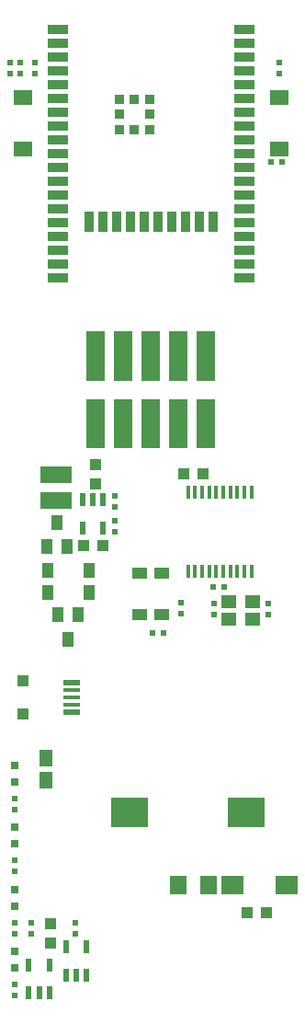
<source format=gbr>
G04 #@! TF.GenerationSoftware,KiCad,Pcbnew,5.1.6-c6e7f7d~87~ubuntu18.04.1*
G04 #@! TF.CreationDate,2022-07-28T15:35:08+03:00*
G04 #@! TF.ProjectId,ESP32-PoE-ISO_Rev_K,45535033-322d-4506-9f45-2d49534f5f52,K*
G04 #@! TF.SameCoordinates,Original*
G04 #@! TF.FileFunction,Paste,Top*
G04 #@! TF.FilePolarity,Positive*
%FSLAX46Y46*%
G04 Gerber Fmt 4.6, Leading zero omitted, Abs format (unit mm)*
G04 Created by KiCad (PCBNEW 5.1.6-c6e7f7d~87~ubuntu18.04.1) date 2022-07-28 15:35:08*
%MOMM*%
%LPD*%
G01*
G04 APERTURE LIST*
%ADD10R,1.754000X1.327000*%
%ADD11R,3.000000X1.600000*%
%ADD12R,1.400000X1.200000*%
%ADD13R,1.400000X1.000000*%
%ADD14R,1.000000X1.400000*%
%ADD15R,0.550000X0.500000*%
%ADD16R,0.550000X1.200000*%
%ADD17R,1.270000X1.524000*%
%ADD18R,0.800000X0.800000*%
%ADD19R,0.500000X0.550000*%
%ADD20R,1.016000X1.016000*%
%ADD21R,0.325000X1.270000*%
%ADD22R,3.400000X2.700000*%
%ADD23C,0.100000*%
%ADD24R,1.650000X0.500000*%
%ADD25R,1.650000X0.325000*%
%ADD26R,1.000000X1.100000*%
%ADD27R,2.000000X1.700000*%
%ADD28R,1.524000X1.778000*%
%ADD29R,0.900000X0.900000*%
%ADD30R,1.901600X0.901600*%
%ADD31R,0.901600X1.901600*%
G04 APERTURE END LIST*
D10*
X115959000Y-97432000D03*
X115959000Y-102212000D03*
X92321000Y-97432000D03*
X92321000Y-102212000D03*
D11*
X95377000Y-132150000D03*
X95377000Y-134550000D03*
D12*
X111338000Y-143853000D03*
X113538000Y-145453000D03*
X113538000Y-143853000D03*
X111338000Y-145453000D03*
D13*
X105156000Y-145029000D03*
X105156000Y-141229000D03*
X103124000Y-145029000D03*
X103124000Y-141229000D03*
D14*
X94620000Y-140970000D03*
X98420000Y-140970000D03*
X98420000Y-143002000D03*
X94620000Y-143002000D03*
D15*
X92075000Y-95250000D03*
X92075000Y-94234000D03*
X91186000Y-94234000D03*
X91186000Y-95250000D03*
X93091000Y-173355000D03*
X93091000Y-174371000D03*
D16*
X92903000Y-179862000D03*
X93853000Y-179862000D03*
X94803000Y-179862000D03*
X92903000Y-177262000D03*
X94803000Y-177262000D03*
D17*
X94488000Y-158242000D03*
X94488000Y-160274000D03*
D18*
X91567000Y-164592000D03*
X91567000Y-166116000D03*
X91567000Y-160401000D03*
X91567000Y-158877000D03*
D15*
X97155000Y-173355000D03*
X97155000Y-174371000D03*
X100838000Y-137414000D03*
X100838000Y-136398000D03*
X100838000Y-134112000D03*
X100838000Y-135128000D03*
X91567000Y-174371000D03*
X91567000Y-173355000D03*
X91567000Y-162941000D03*
X91567000Y-161925000D03*
X91567000Y-168656000D03*
X91567000Y-167640000D03*
X91567000Y-180086000D03*
X91567000Y-179070000D03*
D19*
X104267000Y-146685000D03*
X105283000Y-146685000D03*
X110871000Y-142494000D03*
X109855000Y-142494000D03*
D20*
X99695000Y-138684000D03*
X97917000Y-138684000D03*
X94869000Y-173482000D03*
X94869000Y-175260000D03*
D16*
X99756000Y-134463000D03*
X98806000Y-134463000D03*
X97856000Y-134463000D03*
X99756000Y-137063000D03*
X97856000Y-137063000D03*
D21*
X107565000Y-141033500D03*
X108215000Y-141033500D03*
X108865000Y-141033500D03*
X109515000Y-141033500D03*
X110165000Y-141033500D03*
X110815000Y-141033500D03*
X111465000Y-141033500D03*
X112115000Y-141033500D03*
X112765000Y-141033500D03*
X113415000Y-141033500D03*
X113415000Y-133794500D03*
X112765000Y-133794500D03*
X112115000Y-133794500D03*
X111465000Y-133794500D03*
X110815000Y-133794500D03*
X110165000Y-133794500D03*
X109515000Y-133794500D03*
X108865000Y-133794500D03*
X108215000Y-133794500D03*
X107565000Y-133794500D03*
D18*
X91567000Y-171831000D03*
X91567000Y-170307000D03*
D20*
X99060000Y-132969000D03*
X99060000Y-131191000D03*
D18*
X91567000Y-177546000D03*
X91567000Y-176022000D03*
D20*
X107188000Y-132080000D03*
X108966000Y-132080000D03*
D14*
X94554040Y-138775440D03*
X96456500Y-138775440D03*
X95501460Y-136565640D03*
X97469960Y-145069560D03*
X95567500Y-145069560D03*
X96522540Y-147279360D03*
D15*
X115951000Y-94234000D03*
X115951000Y-95250000D03*
X114935000Y-145034000D03*
X114935000Y-144018000D03*
X109982000Y-144018000D03*
X109982000Y-145034000D03*
X93472000Y-95250000D03*
X93472000Y-94234000D03*
D22*
X112919000Y-163195000D03*
X102219000Y-163195000D03*
D15*
X106934000Y-144907000D03*
X106934000Y-143891000D03*
D23*
G36*
X98210000Y-129733000D02*
G01*
X98210000Y-125183000D01*
X99910000Y-125183000D01*
X99910000Y-129733000D01*
X98210000Y-129733000D01*
G37*
G36*
X100750000Y-129733000D02*
G01*
X100750000Y-125183000D01*
X102450000Y-125183000D01*
X102450000Y-129733000D01*
X100750000Y-129733000D01*
G37*
G36*
X103290000Y-129733000D02*
G01*
X103290000Y-125183000D01*
X104990000Y-125183000D01*
X104990000Y-129733000D01*
X103290000Y-129733000D01*
G37*
G36*
X105830000Y-129733000D02*
G01*
X105830000Y-125183000D01*
X107530000Y-125183000D01*
X107530000Y-129733000D01*
X105830000Y-129733000D01*
G37*
G36*
X108370000Y-129733000D02*
G01*
X108370000Y-125183000D01*
X110070000Y-125183000D01*
X110070000Y-129733000D01*
X108370000Y-129733000D01*
G37*
G36*
X108370000Y-123483000D02*
G01*
X108370000Y-118933000D01*
X110070000Y-118933000D01*
X110070000Y-123483000D01*
X108370000Y-123483000D01*
G37*
G36*
X105830000Y-123483000D02*
G01*
X105830000Y-118933000D01*
X107530000Y-118933000D01*
X107530000Y-123483000D01*
X105830000Y-123483000D01*
G37*
G36*
X98210000Y-123483000D02*
G01*
X98210000Y-118933000D01*
X99910000Y-118933000D01*
X99910000Y-123483000D01*
X98210000Y-123483000D01*
G37*
G36*
X100750000Y-123483000D02*
G01*
X100750000Y-118933000D01*
X102450000Y-118933000D01*
X102450000Y-123483000D01*
X100750000Y-123483000D01*
G37*
G36*
X103290000Y-123483000D02*
G01*
X103290000Y-118933000D01*
X104990000Y-118933000D01*
X104990000Y-123483000D01*
X103290000Y-123483000D01*
G37*
D24*
X96876000Y-151266500D03*
D25*
X96876000Y-152004000D03*
X96876000Y-152654000D03*
X96876000Y-153304000D03*
D24*
X96876000Y-154041500D03*
D26*
X92326000Y-151154000D03*
X92326000Y-154154000D03*
D16*
X96332000Y-178211000D03*
X97282000Y-178211000D03*
X98232000Y-178211000D03*
X96332000Y-175611000D03*
X98232000Y-175611000D03*
D27*
X116673000Y-169926000D03*
X111673000Y-169926000D03*
D28*
X106680000Y-169926000D03*
X109474000Y-169926000D03*
D20*
X114808000Y-172466000D03*
X113030000Y-172466000D03*
D29*
X104040000Y-100381000D03*
X104040000Y-97581000D03*
X101240000Y-100381000D03*
D30*
X112740000Y-112771000D03*
X112740000Y-111501000D03*
X112740000Y-110231000D03*
X112740000Y-108961000D03*
X112740000Y-114041000D03*
X95540000Y-114041000D03*
X95540000Y-108961000D03*
X95540000Y-110231000D03*
X95540000Y-111501000D03*
X95540000Y-112771000D03*
D29*
X102640000Y-97581000D03*
D30*
X95540000Y-91181000D03*
X95540000Y-92451000D03*
X95540000Y-93721000D03*
X95540000Y-94991000D03*
X95540000Y-96261000D03*
X95540000Y-97531000D03*
X95540000Y-98801000D03*
X95540000Y-100071000D03*
X95540000Y-101341000D03*
X95540000Y-102611000D03*
X95540000Y-103881000D03*
X95540000Y-105151000D03*
X95540000Y-106421000D03*
X95540000Y-107691000D03*
D31*
X98425000Y-108841000D03*
X99695000Y-108841000D03*
X100965000Y-108841000D03*
X102235000Y-108841000D03*
X103505000Y-108841000D03*
X104775000Y-108841000D03*
X106045000Y-108841000D03*
X107315000Y-108841000D03*
X108585000Y-108841000D03*
X109855000Y-108841000D03*
D30*
X112740000Y-107691000D03*
X112740000Y-106421000D03*
X112740000Y-105151000D03*
X112740000Y-103881000D03*
X112740000Y-102611000D03*
X112740000Y-101341000D03*
X112740000Y-100071000D03*
X112740000Y-98801000D03*
X112740000Y-97531000D03*
X112740000Y-96261000D03*
X112740000Y-94991000D03*
X112740000Y-93721000D03*
X112740000Y-92451000D03*
X112740000Y-91181000D03*
D29*
X101240000Y-97581000D03*
X102640000Y-100381000D03*
X101240000Y-98981000D03*
X104040000Y-98981000D03*
D19*
X115189000Y-103378000D03*
X116205000Y-103378000D03*
M02*

</source>
